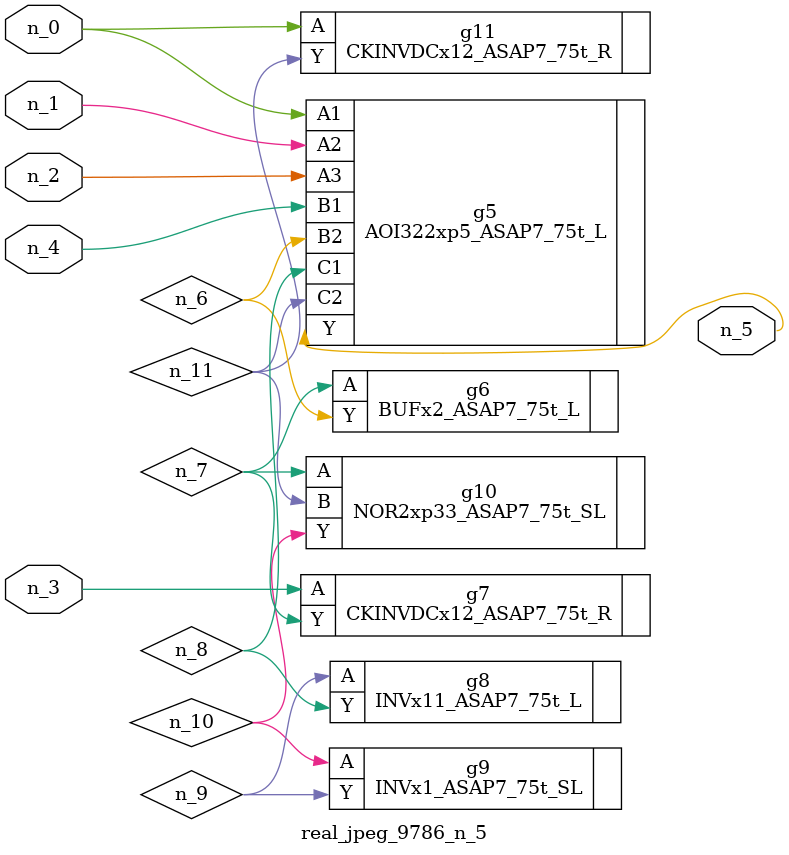
<source format=v>
module real_jpeg_9786_n_5 (n_4, n_0, n_1, n_2, n_3, n_5);

input n_4;
input n_0;
input n_1;
input n_2;
input n_3;

output n_5;

wire n_8;
wire n_11;
wire n_6;
wire n_7;
wire n_10;
wire n_9;

AOI322xp5_ASAP7_75t_L g5 ( 
.A1(n_0),
.A2(n_1),
.A3(n_2),
.B1(n_4),
.B2(n_6),
.C1(n_8),
.C2(n_11),
.Y(n_5)
);

CKINVDCx12_ASAP7_75t_R g11 ( 
.A(n_0),
.Y(n_11)
);

CKINVDCx12_ASAP7_75t_R g7 ( 
.A(n_3),
.Y(n_7)
);

BUFx2_ASAP7_75t_L g6 ( 
.A(n_7),
.Y(n_6)
);

NOR2xp33_ASAP7_75t_SL g10 ( 
.A(n_7),
.B(n_11),
.Y(n_10)
);

INVx11_ASAP7_75t_L g8 ( 
.A(n_9),
.Y(n_8)
);

INVx1_ASAP7_75t_SL g9 ( 
.A(n_10),
.Y(n_9)
);


endmodule
</source>
